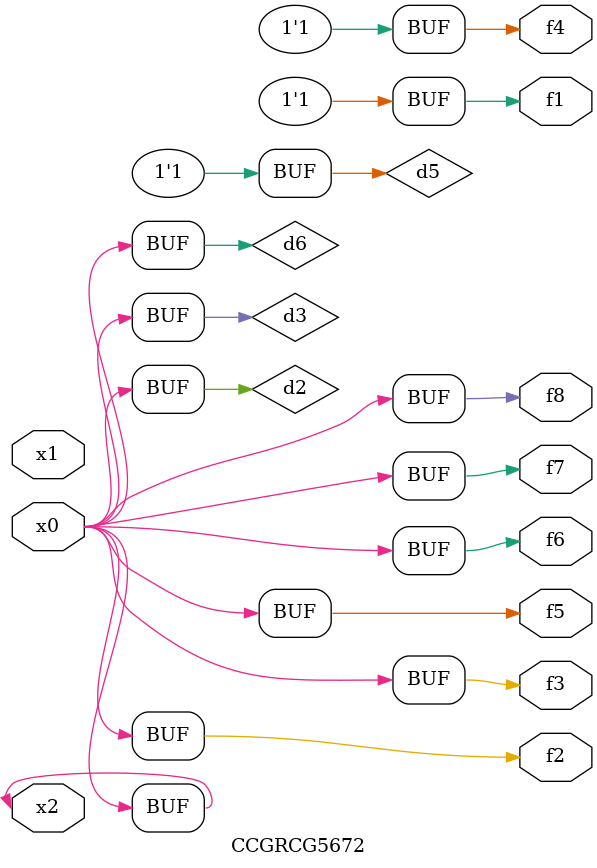
<source format=v>
module CCGRCG5672(
	input x0, x1, x2,
	output f1, f2, f3, f4, f5, f6, f7, f8
);

	wire d1, d2, d3, d4, d5, d6;

	xnor (d1, x2);
	buf (d2, x0, x2);
	and (d3, x0);
	xnor (d4, x1, x2);
	nand (d5, d1, d3);
	buf (d6, d2, d3);
	assign f1 = d5;
	assign f2 = d6;
	assign f3 = d6;
	assign f4 = d5;
	assign f5 = d6;
	assign f6 = d6;
	assign f7 = d6;
	assign f8 = d6;
endmodule

</source>
